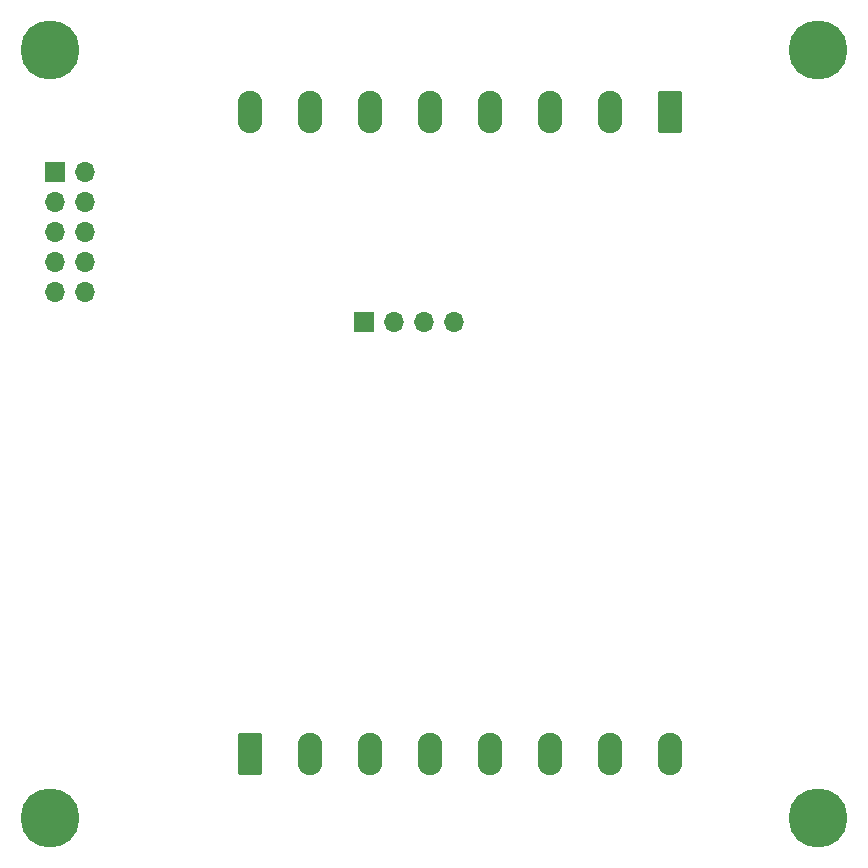
<source format=gbr>
%TF.GenerationSoftware,KiCad,Pcbnew,(6.99.0-4793-g33d76f63b0-dirty)*%
%TF.CreationDate,2022-12-11T21:20:14+01:00*%
%TF.ProjectId,resolver-to-sincos,7265736f-6c76-4657-922d-746f2d73696e,rev?*%
%TF.SameCoordinates,Original*%
%TF.FileFunction,Soldermask,Bot*%
%TF.FilePolarity,Negative*%
%FSLAX46Y46*%
G04 Gerber Fmt 4.6, Leading zero omitted, Abs format (unit mm)*
G04 Created by KiCad (PCBNEW (6.99.0-4793-g33d76f63b0-dirty)) date 2022-12-11 21:20:14*
%MOMM*%
%LPD*%
G01*
G04 APERTURE LIST*
G04 Aperture macros list*
%AMRoundRect*
0 Rectangle with rounded corners*
0 $1 Rounding radius*
0 $2 $3 $4 $5 $6 $7 $8 $9 X,Y pos of 4 corners*
0 Add a 4 corners polygon primitive as box body*
4,1,4,$2,$3,$4,$5,$6,$7,$8,$9,$2,$3,0*
0 Add four circle primitives for the rounded corners*
1,1,$1+$1,$2,$3*
1,1,$1+$1,$4,$5*
1,1,$1+$1,$6,$7*
1,1,$1+$1,$8,$9*
0 Add four rect primitives between the rounded corners*
20,1,$1+$1,$2,$3,$4,$5,0*
20,1,$1+$1,$4,$5,$6,$7,0*
20,1,$1+$1,$6,$7,$8,$9,0*
20,1,$1+$1,$8,$9,$2,$3,0*%
G04 Aperture macros list end*
%ADD10R,1.700000X1.700000*%
%ADD11O,1.700000X1.700000*%
%ADD12C,5.000000*%
%ADD13RoundRect,0.249999X0.790001X1.550001X-0.790001X1.550001X-0.790001X-1.550001X0.790001X-1.550001X0*%
%ADD14O,2.080000X3.600000*%
%ADD15RoundRect,0.249999X-0.790001X-1.550001X0.790001X-1.550001X0.790001X1.550001X-0.790001X1.550001X0*%
G04 APERTURE END LIST*
D10*
%TO.C,J4*%
X131571999Y-128015999D03*
D11*
X134111999Y-128015999D03*
X136651999Y-128015999D03*
X139191999Y-128015999D03*
%TD*%
D10*
%TO.C,J1*%
X105419499Y-115310999D03*
D11*
X107959499Y-115310999D03*
X105419499Y-117850999D03*
X107959499Y-117850999D03*
X105419499Y-120390999D03*
X107959499Y-120390999D03*
X105419499Y-122930999D03*
X107959499Y-122930999D03*
X105419499Y-125470999D03*
X107959499Y-125470999D03*
%TD*%
D12*
%TO.C,H4*%
X105000000Y-105000000D03*
%TD*%
%TO.C,H3*%
X170000000Y-105000000D03*
%TD*%
%TO.C,H2*%
X170000000Y-170000000D03*
%TD*%
%TO.C,H1*%
X105000000Y-170000000D03*
%TD*%
D13*
%TO.C,J3*%
X157480000Y-110236000D03*
D14*
X152399999Y-110235999D03*
X147319999Y-110235999D03*
X142239999Y-110235999D03*
X137159999Y-110235999D03*
X132079999Y-110235999D03*
X126999999Y-110235999D03*
X121919999Y-110235999D03*
%TD*%
D15*
%TO.C,J2*%
X121920000Y-164592000D03*
D14*
X126999999Y-164591999D03*
X132079999Y-164591999D03*
X137159999Y-164591999D03*
X142239999Y-164591999D03*
X147319999Y-164591999D03*
X152399999Y-164591999D03*
X157479999Y-164591999D03*
%TD*%
M02*

</source>
